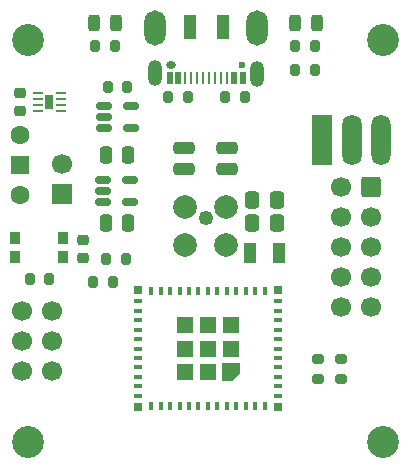
<source format=gbr>
%TF.GenerationSoftware,KiCad,Pcbnew,9.0.1*%
%TF.CreationDate,2025-05-28T08:33:00+02:00*%
%TF.ProjectId,tv25-cpu-small,74763235-2d63-4707-952d-736d616c6c2e,rev?*%
%TF.SameCoordinates,Original*%
%TF.FileFunction,Soldermask,Top*%
%TF.FilePolarity,Negative*%
%FSLAX46Y46*%
G04 Gerber Fmt 4.6, Leading zero omitted, Abs format (unit mm)*
G04 Created by KiCad (PCBNEW 9.0.1) date 2025-05-28 08:33:00*
%MOMM*%
%LPD*%
G01*
G04 APERTURE LIST*
G04 Aperture macros list*
%AMRoundRect*
0 Rectangle with rounded corners*
0 $1 Rounding radius*
0 $2 $3 $4 $5 $6 $7 $8 $9 X,Y pos of 4 corners*
0 Add a 4 corners polygon primitive as box body*
4,1,4,$2,$3,$4,$5,$6,$7,$8,$9,$2,$3,0*
0 Add four circle primitives for the rounded corners*
1,1,$1+$1,$2,$3*
1,1,$1+$1,$4,$5*
1,1,$1+$1,$6,$7*
1,1,$1+$1,$8,$9*
0 Add four rect primitives between the rounded corners*
20,1,$1+$1,$2,$3,$4,$5,0*
20,1,$1+$1,$4,$5,$6,$7,0*
20,1,$1+$1,$6,$7,$8,$9,0*
20,1,$1+$1,$8,$9,$2,$3,0*%
%AMFreePoly0*
4,1,6,0.725000,-0.725000,-0.725000,-0.725000,-0.725000,0.125000,-0.125000,0.725000,0.725000,0.725000,0.725000,-0.725000,0.725000,-0.725000,$1*%
G04 Aperture macros list end*
%ADD10C,2.000000*%
%ADD11C,1.250000*%
%ADD12C,2.700000*%
%ADD13RoundRect,0.150000X-0.512500X-0.150000X0.512500X-0.150000X0.512500X0.150000X-0.512500X0.150000X0*%
%ADD14RoundRect,0.250000X-0.337500X-0.475000X0.337500X-0.475000X0.337500X0.475000X-0.337500X0.475000X0*%
%ADD15RoundRect,0.200000X-0.200000X-0.275000X0.200000X-0.275000X0.200000X0.275000X-0.200000X0.275000X0*%
%ADD16C,1.700000*%
%ADD17RoundRect,0.250000X-0.250000X-0.475000X0.250000X-0.475000X0.250000X0.475000X-0.250000X0.475000X0*%
%ADD18RoundRect,0.200000X0.200000X0.275000X-0.200000X0.275000X-0.200000X-0.275000X0.200000X-0.275000X0*%
%ADD19RoundRect,0.225000X0.250000X-0.225000X0.250000X0.225000X-0.250000X0.225000X-0.250000X-0.225000X0*%
%ADD20RoundRect,0.250000X0.250000X0.475000X-0.250000X0.475000X-0.250000X-0.475000X0.250000X-0.475000X0*%
%ADD21R,0.800000X0.400000*%
%ADD22R,0.400000X0.800000*%
%ADD23FreePoly0,180.000000*%
%ADD24R,1.450000X1.450000*%
%ADD25R,0.700000X0.700000*%
%ADD26RoundRect,0.200000X0.275000X-0.200000X0.275000X0.200000X-0.275000X0.200000X-0.275000X-0.200000X0*%
%ADD27R,0.900000X1.000000*%
%ADD28RoundRect,0.243750X-0.243750X-0.456250X0.243750X-0.456250X0.243750X0.456250X-0.243750X0.456250X0*%
%ADD29C,0.600000*%
%ADD30O,0.850000X0.600000*%
%ADD31R,0.520000X1.000000*%
%ADD32R,0.270000X1.000000*%
%ADD33R,1.000000X2.000000*%
%ADD34O,1.200000X2.200000*%
%ADD35O,1.800000X3.000000*%
%ADD36R,1.000000X1.800000*%
%ADD37RoundRect,0.062500X-0.325000X-0.062500X0.325000X-0.062500X0.325000X0.062500X-0.325000X0.062500X0*%
%ADD38R,0.800000X1.200000*%
%ADD39RoundRect,0.250000X0.650000X0.250000X-0.650000X0.250000X-0.650000X-0.250000X0.650000X-0.250000X0*%
%ADD40R,1.700000X4.300000*%
%ADD41O,1.660000X4.300000*%
%ADD42O,1.620000X4.300000*%
%ADD43R,1.700000X1.700000*%
%ADD44R,1.500000X1.500000*%
%ADD45C,1.600000*%
%ADD46RoundRect,0.250000X0.600000X0.600000X-0.600000X0.600000X-0.600000X-0.600000X0.600000X-0.600000X0*%
G04 APERTURE END LIST*
D10*
%TO.C,SW4*%
X129700000Y-149090000D03*
D11*
X128000000Y-150040000D03*
D10*
X129700000Y-152340000D03*
X126300000Y-149090000D03*
X126300000Y-152340000D03*
%TD*%
D12*
%TO.C,H2*%
X143000000Y-169000000D03*
%TD*%
D13*
%TO.C,U2*%
X119350595Y-146800001D03*
X119350595Y-147750001D03*
X119350595Y-148700001D03*
X121625595Y-148700001D03*
X121625595Y-146800001D03*
%TD*%
D14*
%TO.C,C5*%
X131962500Y-150500000D03*
X134037500Y-150500000D03*
%TD*%
%TO.C,C6*%
X131962500Y-148500000D03*
X134037500Y-148500000D03*
%TD*%
D15*
%TO.C,R8*%
X129675000Y-139827000D03*
X131325000Y-139827000D03*
%TD*%
D16*
%TO.C,J3*%
X112460000Y-157920000D03*
X115000000Y-157920000D03*
X112460000Y-160460000D03*
X115000000Y-160460000D03*
X112460000Y-163000000D03*
X115000000Y-163000000D03*
%TD*%
D12*
%TO.C,H3*%
X113000000Y-135000000D03*
%TD*%
D15*
%TO.C,R10*%
X119571000Y-153543000D03*
X121221000Y-153543000D03*
%TD*%
D17*
%TO.C,C2*%
X119538095Y-150500001D03*
X121438095Y-150500001D03*
%TD*%
D12*
%TO.C,H4*%
X113000000Y-169000000D03*
%TD*%
D18*
%TO.C,R9*%
X126492000Y-139827000D03*
X124842000Y-139827000D03*
%TD*%
D19*
%TO.C,C1*%
X112250000Y-141025000D03*
X112250000Y-139475000D03*
%TD*%
D13*
%TO.C,U1*%
X119385500Y-140528000D03*
X119385500Y-141478000D03*
X119385500Y-142428000D03*
X121660500Y-142428000D03*
X121660500Y-140528000D03*
%TD*%
D20*
%TO.C,C3*%
X121438095Y-144750001D03*
X119538095Y-144750001D03*
%TD*%
D21*
%TO.C,U4*%
X134100000Y-165100000D03*
X134100000Y-164300000D03*
X134100000Y-163500000D03*
X134100000Y-162700000D03*
X134100000Y-161900000D03*
X134100000Y-161100000D03*
X134100000Y-160300000D03*
X134100000Y-159500000D03*
X134100000Y-158700000D03*
X134100000Y-157900000D03*
X134100000Y-157100000D03*
D22*
X133000000Y-156200000D03*
X132200000Y-156200000D03*
X131400000Y-156200000D03*
X130600000Y-156200000D03*
X129800000Y-156200000D03*
X129000000Y-156200000D03*
X128200000Y-156200000D03*
X127400000Y-156200000D03*
X126600000Y-156200000D03*
X125800000Y-156200000D03*
X125000000Y-156200000D03*
X124200000Y-156200000D03*
X123400000Y-156200000D03*
D21*
X122300000Y-157100000D03*
X122300000Y-157900000D03*
X122300000Y-158700000D03*
X122300000Y-159500000D03*
X122300000Y-160300000D03*
X122300000Y-161100000D03*
X122300000Y-161900000D03*
X122300000Y-162700000D03*
X122300000Y-163500000D03*
X122300000Y-164300000D03*
X122300000Y-165100000D03*
D22*
X123400000Y-166000000D03*
X124200000Y-166000000D03*
X125000000Y-166000000D03*
X125800000Y-166000000D03*
X126600000Y-166000000D03*
X127400000Y-166000000D03*
X128200000Y-166000000D03*
X129000000Y-166000000D03*
X129800000Y-166000000D03*
X130600000Y-166000000D03*
X131400000Y-166000000D03*
X132200000Y-166000000D03*
X133000000Y-166000000D03*
D23*
X130175000Y-163075000D03*
D24*
X130175000Y-161100000D03*
X130175000Y-159125000D03*
X128200000Y-163075000D03*
X128200000Y-161100000D03*
X128200000Y-159125000D03*
X126225000Y-163075000D03*
X126225000Y-161100000D03*
X126225000Y-159125000D03*
D25*
X122250000Y-166050000D03*
X122250000Y-156150000D03*
X134150000Y-156150000D03*
X134150000Y-166050000D03*
%TD*%
D15*
%TO.C,R4*%
X135600000Y-137500000D03*
X137250000Y-137500000D03*
%TD*%
%TO.C,R3*%
X113125000Y-155200000D03*
X114775000Y-155200000D03*
%TD*%
D18*
%TO.C,R1*%
X121348000Y-138978000D03*
X119698000Y-138978000D03*
%TD*%
D12*
%TO.C,H1*%
X143000000Y-135000000D03*
%TD*%
D26*
%TO.C,R7*%
X137500000Y-163660000D03*
X137500000Y-162010000D03*
%TD*%
D15*
%TO.C,R11*%
X118500000Y-155500000D03*
X120150000Y-155500000D03*
%TD*%
D26*
%TO.C,R6*%
X139500000Y-163650000D03*
X139500000Y-162000000D03*
%TD*%
D27*
%TO.C,SW2*%
X111869000Y-151727000D03*
X115969000Y-151727000D03*
X111869000Y-153327000D03*
X115969000Y-153327000D03*
%TD*%
D15*
%TO.C,R2*%
X118675000Y-135500000D03*
X120325000Y-135500000D03*
%TD*%
%TO.C,R5*%
X135600000Y-135500000D03*
X137250000Y-135500000D03*
%TD*%
D28*
%TO.C,D1*%
X118562500Y-133500000D03*
X120437500Y-133500000D03*
%TD*%
D29*
%TO.C,J4*%
X131050000Y-137100000D03*
D30*
X125050000Y-137100000D03*
D31*
X131150000Y-138200000D03*
X130400000Y-138200000D03*
D32*
X129800000Y-138200000D03*
X128300000Y-138200000D03*
X127300000Y-138200000D03*
X126300000Y-138200000D03*
D31*
X125700000Y-138200000D03*
X124950000Y-138200000D03*
D32*
X126800000Y-138200000D03*
X127800000Y-138200000D03*
X128800000Y-138200000D03*
X129300000Y-138200000D03*
D33*
X129450000Y-133900000D03*
X126650000Y-133900000D03*
D34*
X132370000Y-137825000D03*
D35*
X132370000Y-134000000D03*
D34*
X123730000Y-137800000D03*
D35*
X123730000Y-134000000D03*
%TD*%
D36*
%TO.C,Y1*%
X131750000Y-153000000D03*
X134250000Y-153000000D03*
%TD*%
D19*
%TO.C,C4*%
X117602000Y-153429000D03*
X117602000Y-151879000D03*
%TD*%
D37*
%TO.C,U3*%
X113775000Y-139500000D03*
X113775000Y-140000000D03*
X113775000Y-140500000D03*
X113775000Y-141000000D03*
X115750000Y-141000000D03*
X115750000Y-140500000D03*
X115750000Y-140000000D03*
X115750000Y-139500000D03*
D38*
X114762500Y-140250000D03*
%TD*%
D39*
%TO.C,D4*%
X129840000Y-144144000D03*
X126200000Y-144144000D03*
X126160000Y-145924000D03*
X129840000Y-145924000D03*
%TD*%
D40*
%TO.C,J11*%
X137843000Y-143427500D03*
D41*
X140363000Y-143427500D03*
D42*
X142883000Y-143427500D03*
%TD*%
D28*
%TO.C,D2*%
X135562500Y-133500000D03*
X137437500Y-133500000D03*
%TD*%
D43*
%TO.C,J1*%
X115865000Y-148025000D03*
D16*
X115865000Y-145485000D03*
%TD*%
D44*
%TO.C,SW3*%
X112250000Y-145540000D03*
D45*
X112250000Y-148080000D03*
X112250000Y-143000000D03*
%TD*%
D46*
%TO.C,J2*%
X142000000Y-147460000D03*
D16*
X139460000Y-147460000D03*
X142000000Y-150000000D03*
X139460000Y-150000000D03*
X142000000Y-152540000D03*
X139460000Y-152540000D03*
X142000000Y-155080000D03*
X139460000Y-155080000D03*
X142000000Y-157620000D03*
X139460000Y-157620000D03*
%TD*%
M02*

</source>
